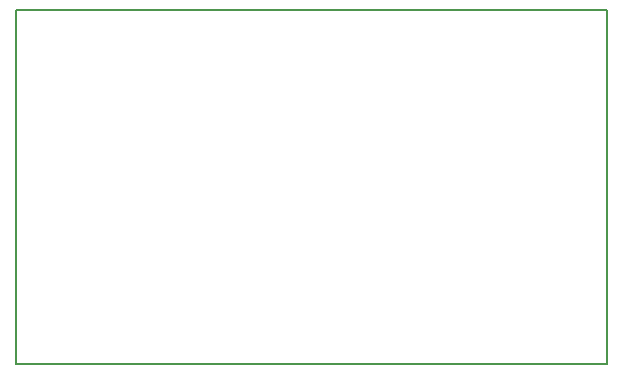
<source format=gbr>
G04 #@! TF.GenerationSoftware,KiCad,7.0*
G04 #@! TF.CreationDate,2025-02-21*
G04 #@! TF.ProjectId,gerbelview-sample*
%TF.FileFunction,Profile*%
%TF.FilePolarity,Positive*%
%FSLAX46Y46*%
%MOMM*%
%ADD10C,0.200000*%
G01*
G04 Layer: Edge.Cuts (Board Outline)*
G04 Board outline 50mm x 30mm*
D10*
X0Y0D02*
X50000000Y0D01*
X50000000Y30000000D01*
X0Y30000000D01*
X0Y0D01*
M02*

</source>
